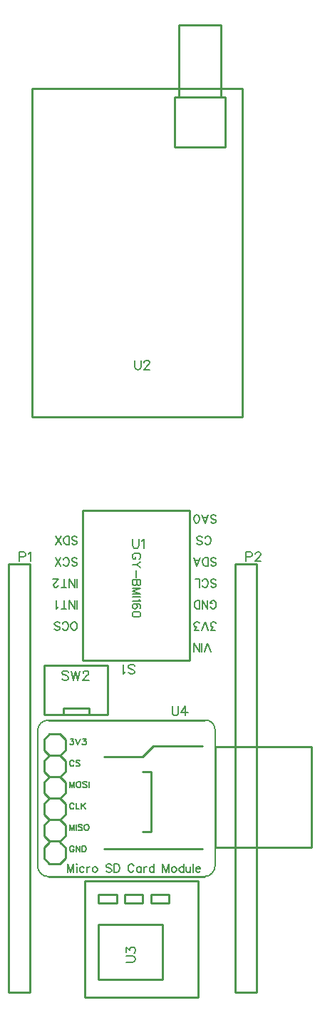
<source format=gto>
G04 Layer: TopSilkscreenLayer*
G04 EasyEDA v6.5.44, 2024-09-18 08:49:22*
G04 5f0ec6a2444f475180eab9a5ccfc1f11,63b8e65828324c89aad8d8d9142c2ac9,10*
G04 Gerber Generator version 0.2*
G04 Scale: 100 percent, Rotated: No, Reflected: No *
G04 Dimensions in millimeters *
G04 leading zeros omitted , absolute positions ,4 integer and 5 decimal *
%FSLAX45Y45*%
%MOMM*%

%ADD10C,0.1524*%
%ADD11C,0.2032*%
%ADD12C,0.2540*%

%LPD*%
D10*
X1524000Y7519415D02*
G01*
X1524000Y7441437D01*
X1529079Y7425944D01*
X1539494Y7415529D01*
X1555242Y7410450D01*
X1565655Y7410450D01*
X1581150Y7415529D01*
X1591563Y7425944D01*
X1596644Y7441437D01*
X1596644Y7519415D01*
X1636268Y7493508D02*
G01*
X1636268Y7498587D01*
X1641347Y7509002D01*
X1646681Y7514336D01*
X1657095Y7519415D01*
X1677670Y7519415D01*
X1688084Y7514336D01*
X1693418Y7509002D01*
X1698497Y7498587D01*
X1698497Y7488173D01*
X1693418Y7477760D01*
X1683004Y7462265D01*
X1630934Y7410450D01*
X1703831Y7410450D01*
X152400Y5246115D02*
G01*
X152400Y5137150D01*
X152400Y5246115D02*
G01*
X199136Y5246115D01*
X214629Y5241036D01*
X219963Y5235702D01*
X225044Y5225287D01*
X225044Y5209794D01*
X219963Y5199379D01*
X214629Y5194300D01*
X199136Y5188965D01*
X152400Y5188965D01*
X259334Y5225287D02*
G01*
X269747Y5230621D01*
X285495Y5246115D01*
X285495Y5137150D01*
X2844800Y5246115D02*
G01*
X2844800Y5137150D01*
X2844800Y5246115D02*
G01*
X2891536Y5246115D01*
X2907029Y5241036D01*
X2912363Y5235702D01*
X2917443Y5225287D01*
X2917443Y5209794D01*
X2912363Y5199379D01*
X2907029Y5194300D01*
X2891536Y5188965D01*
X2844800Y5188965D01*
X2957068Y5220207D02*
G01*
X2957068Y5225287D01*
X2962147Y5235702D01*
X2967481Y5241036D01*
X2977895Y5246115D01*
X2998470Y5246115D01*
X3008884Y5241036D01*
X3014218Y5235702D01*
X3019297Y5225287D01*
X3019297Y5214873D01*
X3014218Y5204460D01*
X3003804Y5188965D01*
X2951734Y5137150D01*
X3024631Y5137150D01*
X733056Y3820921D02*
G01*
X722642Y3831336D01*
X707148Y3836415D01*
X686320Y3836415D01*
X670826Y3831336D01*
X660412Y3820921D01*
X660412Y3810507D01*
X665492Y3800094D01*
X670826Y3794760D01*
X681240Y3789679D01*
X712482Y3779265D01*
X722642Y3774186D01*
X727976Y3768852D01*
X733056Y3758437D01*
X733056Y3742944D01*
X722642Y3732529D01*
X707148Y3727450D01*
X686320Y3727450D01*
X670826Y3732529D01*
X660412Y3742944D01*
X767346Y3836415D02*
G01*
X793508Y3727450D01*
X819416Y3836415D02*
G01*
X793508Y3727450D01*
X819416Y3836415D02*
G01*
X845324Y3727450D01*
X871232Y3836415D02*
G01*
X845324Y3727450D01*
X910856Y3810507D02*
G01*
X910856Y3815587D01*
X915936Y3826002D01*
X921270Y3831336D01*
X931684Y3836415D01*
X952512Y3836415D01*
X962672Y3831336D01*
X968006Y3826002D01*
X973086Y3815587D01*
X973086Y3805173D01*
X968006Y3794760D01*
X957592Y3779265D01*
X905522Y3727450D01*
X978420Y3727450D01*
X1498600Y5398515D02*
G01*
X1498600Y5320537D01*
X1503679Y5305044D01*
X1514094Y5294629D01*
X1529842Y5289550D01*
X1540255Y5289550D01*
X1555750Y5294629D01*
X1566163Y5305044D01*
X1571244Y5320537D01*
X1571244Y5398515D01*
X1605534Y5377687D02*
G01*
X1615947Y5383021D01*
X1631695Y5398515D01*
X1631695Y5289550D01*
X1421384Y381000D02*
G01*
X1499362Y381000D01*
X1514855Y386079D01*
X1525270Y396494D01*
X1530350Y412242D01*
X1530350Y422655D01*
X1525270Y438150D01*
X1514855Y448563D01*
X1499362Y453644D01*
X1421384Y453644D01*
X1421384Y498347D02*
G01*
X1421384Y555497D01*
X1463039Y524510D01*
X1463039Y540004D01*
X1468120Y550418D01*
X1473200Y555497D01*
X1488947Y560831D01*
X1499362Y560831D01*
X1514855Y555497D01*
X1525270Y545084D01*
X1530350Y529589D01*
X1530350Y514095D01*
X1525270Y498347D01*
X1520189Y493268D01*
X1509776Y487934D01*
X1968550Y3417392D02*
G01*
X1968550Y3339414D01*
X1973630Y3323920D01*
X1984044Y3313506D01*
X1999792Y3308426D01*
X2010206Y3308426D01*
X2025700Y3313506D01*
X2036114Y3323920D01*
X2041194Y3339414D01*
X2041194Y3417392D01*
X2127554Y3417392D02*
G01*
X2075484Y3344748D01*
X2153462Y3344748D01*
X2127554Y3417392D02*
G01*
X2127554Y3308426D01*
X801420Y2253310D02*
G01*
X797864Y2260168D01*
X791006Y2267026D01*
X783894Y2270582D01*
X770178Y2270582D01*
X763320Y2267026D01*
X756208Y2260168D01*
X752906Y2253310D01*
X749350Y2242896D01*
X749350Y2225370D01*
X752906Y2215210D01*
X756208Y2208098D01*
X763320Y2201240D01*
X770178Y2197684D01*
X783894Y2197684D01*
X791006Y2201240D01*
X797864Y2208098D01*
X801420Y2215210D01*
X824280Y2270582D02*
G01*
X824280Y2197684D01*
X824280Y2197684D02*
G01*
X865682Y2197684D01*
X888542Y2270582D02*
G01*
X888542Y2197684D01*
X937056Y2270582D02*
G01*
X888542Y2222068D01*
X905814Y2239340D02*
G01*
X937056Y2197684D01*
X801420Y2761310D02*
G01*
X797864Y2768168D01*
X791006Y2775026D01*
X783894Y2778582D01*
X770178Y2778582D01*
X763320Y2775026D01*
X756208Y2768168D01*
X752906Y2761310D01*
X749350Y2750896D01*
X749350Y2733370D01*
X752906Y2723210D01*
X756208Y2716098D01*
X763320Y2709240D01*
X770178Y2705684D01*
X783894Y2705684D01*
X791006Y2709240D01*
X797864Y2716098D01*
X801420Y2723210D01*
X872540Y2768168D02*
G01*
X865682Y2775026D01*
X855268Y2778582D01*
X841552Y2778582D01*
X831138Y2775026D01*
X824280Y2768168D01*
X824280Y2761310D01*
X827582Y2754198D01*
X831138Y2750896D01*
X837996Y2747340D01*
X858824Y2740482D01*
X865682Y2736926D01*
X869238Y2733370D01*
X872540Y2726512D01*
X872540Y2716098D01*
X865682Y2709240D01*
X855268Y2705684D01*
X841552Y2705684D01*
X831138Y2709240D01*
X824280Y2716098D01*
X749350Y2524582D02*
G01*
X749350Y2451684D01*
X749350Y2524582D02*
G01*
X777036Y2451684D01*
X804722Y2524582D02*
G01*
X777036Y2451684D01*
X804722Y2524582D02*
G01*
X804722Y2451684D01*
X848410Y2524582D02*
G01*
X841552Y2521026D01*
X834440Y2514168D01*
X831138Y2507310D01*
X827582Y2496896D01*
X827582Y2479370D01*
X831138Y2469210D01*
X834440Y2462098D01*
X841552Y2455240D01*
X848410Y2451684D01*
X862380Y2451684D01*
X869238Y2455240D01*
X876096Y2462098D01*
X879652Y2469210D01*
X882954Y2479370D01*
X882954Y2496896D01*
X879652Y2507310D01*
X876096Y2514168D01*
X869238Y2521026D01*
X862380Y2524582D01*
X848410Y2524582D01*
X954328Y2514168D02*
G01*
X947470Y2521026D01*
X937056Y2524582D01*
X923340Y2524582D01*
X912926Y2521026D01*
X905814Y2514168D01*
X905814Y2507310D01*
X909370Y2500198D01*
X912926Y2496896D01*
X919784Y2493340D01*
X940612Y2486482D01*
X947470Y2482926D01*
X951026Y2479370D01*
X954328Y2472512D01*
X954328Y2462098D01*
X947470Y2455240D01*
X937056Y2451684D01*
X923340Y2451684D01*
X912926Y2455240D01*
X905814Y2462098D01*
X977188Y2524582D02*
G01*
X977188Y2451684D01*
X801420Y1745310D02*
G01*
X797864Y1752168D01*
X791006Y1759026D01*
X783894Y1762582D01*
X770178Y1762582D01*
X763320Y1759026D01*
X756208Y1752168D01*
X752906Y1745310D01*
X749350Y1734896D01*
X749350Y1717370D01*
X752906Y1707210D01*
X756208Y1700098D01*
X763320Y1693240D01*
X770178Y1689684D01*
X783894Y1689684D01*
X791006Y1693240D01*
X797864Y1700098D01*
X801420Y1707210D01*
X801420Y1717370D01*
X783894Y1717370D02*
G01*
X801420Y1717370D01*
X824280Y1762582D02*
G01*
X824280Y1689684D01*
X824280Y1762582D02*
G01*
X872540Y1689684D01*
X872540Y1762582D02*
G01*
X872540Y1689684D01*
X895400Y1762582D02*
G01*
X895400Y1689684D01*
X895400Y1762582D02*
G01*
X919784Y1762582D01*
X930198Y1759026D01*
X937056Y1752168D01*
X940612Y1745310D01*
X943914Y1734896D01*
X943914Y1717370D01*
X940612Y1707210D01*
X937056Y1700098D01*
X930198Y1693240D01*
X919784Y1689684D01*
X895400Y1689684D01*
X756208Y3032582D02*
G01*
X794308Y3032582D01*
X773480Y3004896D01*
X783894Y3004896D01*
X791006Y3001340D01*
X794308Y2997784D01*
X797864Y2987370D01*
X797864Y2980512D01*
X794308Y2970098D01*
X787450Y2963240D01*
X777036Y2959684D01*
X766622Y2959684D01*
X756208Y2963240D01*
X752906Y2966796D01*
X749350Y2973654D01*
X820724Y3032582D02*
G01*
X848410Y2959684D01*
X876096Y3032582D02*
G01*
X848410Y2959684D01*
X905814Y3032582D02*
G01*
X943914Y3032582D01*
X923340Y3004896D01*
X933500Y3004896D01*
X940612Y3001340D01*
X943914Y2997784D01*
X947470Y2987370D01*
X947470Y2980512D01*
X943914Y2970098D01*
X937056Y2963240D01*
X926642Y2959684D01*
X916228Y2959684D01*
X905814Y2963240D01*
X902512Y2966796D01*
X898956Y2973654D01*
X749350Y2016582D02*
G01*
X749350Y1943684D01*
X749350Y2016582D02*
G01*
X777036Y1943684D01*
X804722Y2016582D02*
G01*
X777036Y1943684D01*
X804722Y2016582D02*
G01*
X804722Y1943684D01*
X827582Y2016582D02*
G01*
X827582Y1943684D01*
X898956Y2006168D02*
G01*
X892098Y2013026D01*
X881684Y2016582D01*
X867714Y2016582D01*
X857300Y2013026D01*
X850442Y2006168D01*
X850442Y1999310D01*
X853998Y1992198D01*
X857300Y1988896D01*
X864412Y1985340D01*
X885240Y1978482D01*
X892098Y1974926D01*
X895400Y1971370D01*
X898956Y1964512D01*
X898956Y1954098D01*
X892098Y1947240D01*
X881684Y1943684D01*
X867714Y1943684D01*
X857300Y1947240D01*
X850442Y1954098D01*
X942644Y2016582D02*
G01*
X935786Y2013026D01*
X928674Y2006168D01*
X925372Y1999310D01*
X921816Y1988896D01*
X921816Y1971370D01*
X925372Y1961210D01*
X928674Y1954098D01*
X935786Y1947240D01*
X942644Y1943684D01*
X956360Y1943684D01*
X963472Y1947240D01*
X970330Y1954098D01*
X973886Y1961210D01*
X977188Y1971370D01*
X977188Y1988896D01*
X973886Y1999310D01*
X970330Y2006168D01*
X963472Y2013026D01*
X956360Y2016582D01*
X942644Y2016582D01*
X723950Y1544904D02*
G01*
X723950Y1447876D01*
X723950Y1544904D02*
G01*
X760780Y1447876D01*
X797864Y1544904D02*
G01*
X760780Y1447876D01*
X797864Y1544904D02*
G01*
X797864Y1447876D01*
X828344Y1544904D02*
G01*
X832916Y1540332D01*
X837488Y1544904D01*
X832916Y1549476D01*
X828344Y1544904D01*
X832916Y1512646D02*
G01*
X832916Y1447876D01*
X923340Y1498676D02*
G01*
X914196Y1508074D01*
X905052Y1512646D01*
X891082Y1512646D01*
X881938Y1508074D01*
X872540Y1498676D01*
X867968Y1484960D01*
X867968Y1475562D01*
X872540Y1461846D01*
X881938Y1452702D01*
X891082Y1447876D01*
X905052Y1447876D01*
X914196Y1452702D01*
X923340Y1461846D01*
X953820Y1512646D02*
G01*
X953820Y1447876D01*
X953820Y1484960D02*
G01*
X958646Y1498676D01*
X967790Y1508074D01*
X976934Y1512646D01*
X990904Y1512646D01*
X1044498Y1512646D02*
G01*
X1035100Y1508074D01*
X1025956Y1498676D01*
X1021384Y1484960D01*
X1021384Y1475562D01*
X1025956Y1461846D01*
X1035100Y1452702D01*
X1044498Y1447876D01*
X1058214Y1447876D01*
X1067612Y1452702D01*
X1076756Y1461846D01*
X1081328Y1475562D01*
X1081328Y1484960D01*
X1076756Y1498676D01*
X1067612Y1508074D01*
X1058214Y1512646D01*
X1044498Y1512646D01*
X1247698Y1531188D02*
G01*
X1238300Y1540332D01*
X1224584Y1544904D01*
X1206042Y1544904D01*
X1192326Y1540332D01*
X1182928Y1531188D01*
X1182928Y1521790D01*
X1187500Y1512646D01*
X1192326Y1508074D01*
X1201470Y1503502D01*
X1229156Y1494104D01*
X1238300Y1489532D01*
X1243126Y1484960D01*
X1247698Y1475562D01*
X1247698Y1461846D01*
X1238300Y1452702D01*
X1224584Y1447876D01*
X1206042Y1447876D01*
X1192326Y1452702D01*
X1182928Y1461846D01*
X1278178Y1544904D02*
G01*
X1278178Y1447876D01*
X1278178Y1544904D02*
G01*
X1310436Y1544904D01*
X1324406Y1540332D01*
X1333550Y1531188D01*
X1338122Y1521790D01*
X1342694Y1508074D01*
X1342694Y1484960D01*
X1338122Y1470990D01*
X1333550Y1461846D01*
X1324406Y1452702D01*
X1310436Y1447876D01*
X1278178Y1447876D01*
X1513636Y1521790D02*
G01*
X1509064Y1531188D01*
X1499920Y1540332D01*
X1490522Y1544904D01*
X1471980Y1544904D01*
X1462836Y1540332D01*
X1453692Y1531188D01*
X1449120Y1521790D01*
X1444294Y1508074D01*
X1444294Y1484960D01*
X1449120Y1470990D01*
X1453692Y1461846D01*
X1462836Y1452702D01*
X1471980Y1447876D01*
X1490522Y1447876D01*
X1499920Y1452702D01*
X1509064Y1461846D01*
X1513636Y1470990D01*
X1599488Y1512646D02*
G01*
X1599488Y1447876D01*
X1599488Y1498676D02*
G01*
X1590344Y1508074D01*
X1581200Y1512646D01*
X1567230Y1512646D01*
X1558086Y1508074D01*
X1548688Y1498676D01*
X1544116Y1484960D01*
X1544116Y1475562D01*
X1548688Y1461846D01*
X1558086Y1452702D01*
X1567230Y1447876D01*
X1581200Y1447876D01*
X1590344Y1452702D01*
X1599488Y1461846D01*
X1629968Y1512646D02*
G01*
X1629968Y1447876D01*
X1629968Y1484960D02*
G01*
X1634540Y1498676D01*
X1643938Y1508074D01*
X1653082Y1512646D01*
X1667052Y1512646D01*
X1752904Y1544904D02*
G01*
X1752904Y1447876D01*
X1752904Y1498676D02*
G01*
X1743760Y1508074D01*
X1734362Y1512646D01*
X1720646Y1512646D01*
X1711248Y1508074D01*
X1702104Y1498676D01*
X1697532Y1484960D01*
X1697532Y1475562D01*
X1702104Y1461846D01*
X1711248Y1452702D01*
X1720646Y1447876D01*
X1734362Y1447876D01*
X1743760Y1452702D01*
X1752904Y1461846D01*
X1854504Y1544904D02*
G01*
X1854504Y1447876D01*
X1854504Y1544904D02*
G01*
X1891334Y1447876D01*
X1928418Y1544904D02*
G01*
X1891334Y1447876D01*
X1928418Y1544904D02*
G01*
X1928418Y1447876D01*
X1982012Y1512646D02*
G01*
X1972614Y1508074D01*
X1963470Y1498676D01*
X1958898Y1484960D01*
X1958898Y1475562D01*
X1963470Y1461846D01*
X1972614Y1452702D01*
X1982012Y1447876D01*
X1995728Y1447876D01*
X2005126Y1452702D01*
X2014270Y1461846D01*
X2018842Y1475562D01*
X2018842Y1484960D01*
X2014270Y1498676D01*
X2005126Y1508074D01*
X1995728Y1512646D01*
X1982012Y1512646D01*
X2104694Y1544904D02*
G01*
X2104694Y1447876D01*
X2104694Y1498676D02*
G01*
X2095550Y1508074D01*
X2086406Y1512646D01*
X2072436Y1512646D01*
X2063292Y1508074D01*
X2053894Y1498676D01*
X2049322Y1484960D01*
X2049322Y1475562D01*
X2053894Y1461846D01*
X2063292Y1452702D01*
X2072436Y1447876D01*
X2086406Y1447876D01*
X2095550Y1452702D01*
X2104694Y1461846D01*
X2135174Y1512646D02*
G01*
X2135174Y1466418D01*
X2140000Y1452702D01*
X2149144Y1447876D01*
X2162860Y1447876D01*
X2172258Y1452702D01*
X2185974Y1466418D01*
X2185974Y1512646D02*
G01*
X2185974Y1447876D01*
X2216454Y1544904D02*
G01*
X2216454Y1447876D01*
X2246934Y1484960D02*
G01*
X2302560Y1484960D01*
X2302560Y1494104D01*
X2297734Y1503502D01*
X2293162Y1508074D01*
X2284018Y1512646D01*
X2270048Y1512646D01*
X2260904Y1508074D01*
X2251760Y1498676D01*
X2246934Y1484960D01*
X2246934Y1475562D01*
X2251760Y1461846D01*
X2260904Y1452702D01*
X2270048Y1447876D01*
X2284018Y1447876D01*
X2293162Y1452702D01*
X2302560Y1461846D01*
X1449252Y3817993D02*
G01*
X1459666Y3807579D01*
X1475160Y3802499D01*
X1495988Y3802499D01*
X1511482Y3807579D01*
X1521896Y3817993D01*
X1521896Y3828407D01*
X1516816Y3838821D01*
X1511482Y3844155D01*
X1501068Y3849235D01*
X1469826Y3859649D01*
X1459666Y3864729D01*
X1454332Y3870063D01*
X1449252Y3880477D01*
X1449252Y3895971D01*
X1459666Y3906385D01*
X1475160Y3911465D01*
X1495988Y3911465D01*
X1511482Y3906385D01*
X1521896Y3895971D01*
X1414962Y3823327D02*
G01*
X1404548Y3817993D01*
X1388800Y3802499D01*
X1388800Y3911465D01*
D11*
X810376Y4320854D02*
G01*
X819774Y4325426D01*
X828918Y4334824D01*
X833490Y4343968D01*
X838316Y4357938D01*
X838316Y4381052D01*
X833490Y4394768D01*
X828918Y4403912D01*
X819774Y4413310D01*
X810376Y4417882D01*
X792088Y4417882D01*
X782690Y4413310D01*
X773546Y4403912D01*
X768974Y4394768D01*
X764402Y4381052D01*
X764402Y4357938D01*
X768974Y4343968D01*
X773546Y4334824D01*
X782690Y4325426D01*
X792088Y4320854D01*
X810376Y4320854D01*
X664580Y4343968D02*
G01*
X669152Y4334824D01*
X678296Y4325426D01*
X687694Y4320854D01*
X706236Y4320854D01*
X715380Y4325426D01*
X724524Y4334824D01*
X729096Y4343968D01*
X733922Y4357938D01*
X733922Y4381052D01*
X729096Y4394768D01*
X724524Y4403912D01*
X715380Y4413310D01*
X706236Y4417882D01*
X687694Y4417882D01*
X678296Y4413310D01*
X669152Y4403912D01*
X664580Y4394768D01*
X569330Y4334824D02*
G01*
X578728Y4325426D01*
X592444Y4320854D01*
X610986Y4320854D01*
X624956Y4325426D01*
X634100Y4334824D01*
X634100Y4343968D01*
X629528Y4353112D01*
X624956Y4357938D01*
X615558Y4362510D01*
X587872Y4371654D01*
X578728Y4376226D01*
X574156Y4381052D01*
X569330Y4390196D01*
X569330Y4403912D01*
X578728Y4413310D01*
X592444Y4417882D01*
X610986Y4417882D01*
X624956Y4413310D01*
X634100Y4403912D01*
X838141Y4574910D02*
G01*
X838141Y4671938D01*
X807661Y4574910D02*
G01*
X807661Y4671938D01*
X807661Y4574910D02*
G01*
X743145Y4671938D01*
X743145Y4574910D02*
G01*
X743145Y4671938D01*
X680153Y4574910D02*
G01*
X680153Y4671938D01*
X712665Y4574910D02*
G01*
X647895Y4574910D01*
X617415Y4593452D02*
G01*
X608271Y4588880D01*
X594301Y4574910D01*
X594301Y4671938D01*
X838136Y4828905D02*
G01*
X838136Y4925933D01*
X807656Y4828905D02*
G01*
X807656Y4925933D01*
X807656Y4828905D02*
G01*
X743140Y4925933D01*
X743140Y4828905D02*
G01*
X743140Y4925933D01*
X680148Y4828905D02*
G01*
X680148Y4925933D01*
X712660Y4828905D02*
G01*
X647890Y4828905D01*
X612838Y4852019D02*
G01*
X612838Y4847447D01*
X608266Y4838049D01*
X603694Y4833477D01*
X594296Y4828905D01*
X576008Y4828905D01*
X566610Y4833477D01*
X562038Y4838049D01*
X557466Y4847447D01*
X557466Y4856591D01*
X562038Y4865735D01*
X571182Y4879705D01*
X617410Y4925933D01*
X552894Y4925933D01*
X773623Y5096875D02*
G01*
X782767Y5087477D01*
X796737Y5082905D01*
X815025Y5082905D01*
X828995Y5087477D01*
X838139Y5096875D01*
X838139Y5106019D01*
X833567Y5115163D01*
X828995Y5119735D01*
X819851Y5124561D01*
X791911Y5133705D01*
X782767Y5138277D01*
X778195Y5142849D01*
X773623Y5152247D01*
X773623Y5165963D01*
X782767Y5175361D01*
X796737Y5179933D01*
X815025Y5179933D01*
X828995Y5175361D01*
X838139Y5165963D01*
X673801Y5106019D02*
G01*
X678373Y5096875D01*
X687771Y5087477D01*
X696915Y5082905D01*
X715457Y5082905D01*
X724601Y5087477D01*
X733745Y5096875D01*
X738571Y5106019D01*
X743143Y5119735D01*
X743143Y5142849D01*
X738571Y5156819D01*
X733745Y5165963D01*
X724601Y5175361D01*
X715457Y5179933D01*
X696915Y5179933D01*
X687771Y5175361D01*
X678373Y5165963D01*
X673801Y5156819D01*
X643321Y5082905D02*
G01*
X578551Y5179933D01*
X578551Y5082905D02*
G01*
X643321Y5179933D01*
X773625Y5350878D02*
G01*
X782769Y5341480D01*
X796739Y5336908D01*
X815027Y5336908D01*
X828997Y5341480D01*
X838141Y5350878D01*
X838141Y5360022D01*
X833569Y5369166D01*
X828997Y5373738D01*
X819853Y5378564D01*
X791913Y5387708D01*
X782769Y5392280D01*
X778197Y5396852D01*
X773625Y5406250D01*
X773625Y5419966D01*
X782769Y5429364D01*
X796739Y5433936D01*
X815027Y5433936D01*
X828997Y5429364D01*
X838141Y5419966D01*
X743145Y5336908D02*
G01*
X743145Y5433936D01*
X743145Y5336908D02*
G01*
X710633Y5336908D01*
X696917Y5341480D01*
X687773Y5350878D01*
X682947Y5360022D01*
X678375Y5373738D01*
X678375Y5396852D01*
X682947Y5410822D01*
X687773Y5419966D01*
X696917Y5429364D01*
X710633Y5433936D01*
X743145Y5433936D01*
X647895Y5336908D02*
G01*
X583379Y5433936D01*
X583379Y5336908D02*
G01*
X647895Y5433936D01*
X2425748Y4066811D02*
G01*
X2388664Y4163839D01*
X2351834Y4066811D02*
G01*
X2388664Y4163839D01*
X2321354Y4066811D02*
G01*
X2321354Y4163839D01*
X2290874Y4066811D02*
G01*
X2290874Y4163839D01*
X2290874Y4066811D02*
G01*
X2226104Y4163839D01*
X2226104Y4066811D02*
G01*
X2226104Y4163839D01*
X2480000Y4320913D02*
G01*
X2429200Y4320913D01*
X2456886Y4357743D01*
X2442916Y4357743D01*
X2433772Y4362569D01*
X2429200Y4367141D01*
X2424628Y4380857D01*
X2424628Y4390255D01*
X2429200Y4403971D01*
X2438344Y4413369D01*
X2452314Y4417941D01*
X2466030Y4417941D01*
X2480000Y4413369D01*
X2484572Y4408543D01*
X2489144Y4399399D01*
X2394148Y4320913D02*
G01*
X2357064Y4417941D01*
X2320234Y4320913D02*
G01*
X2357064Y4417941D01*
X2280356Y4320913D02*
G01*
X2229556Y4320913D01*
X2257496Y4357743D01*
X2243526Y4357743D01*
X2234382Y4362569D01*
X2229556Y4367141D01*
X2224984Y4380857D01*
X2224984Y4390255D01*
X2229556Y4403971D01*
X2238954Y4413369D01*
X2252670Y4417941D01*
X2266640Y4417941D01*
X2280356Y4413369D01*
X2285182Y4408543D01*
X2289754Y4399399D01*
X2420058Y4598027D02*
G01*
X2424630Y4588883D01*
X2433774Y4579485D01*
X2442918Y4574913D01*
X2461460Y4574913D01*
X2470858Y4579485D01*
X2480002Y4588883D01*
X2484574Y4598027D01*
X2489146Y4611743D01*
X2489146Y4634857D01*
X2484574Y4648827D01*
X2480002Y4657971D01*
X2470858Y4667369D01*
X2461460Y4671941D01*
X2442918Y4671941D01*
X2433774Y4667369D01*
X2424630Y4657971D01*
X2420058Y4648827D01*
X2420058Y4634857D01*
X2442918Y4634857D02*
G01*
X2420058Y4634857D01*
X2389578Y4574913D02*
G01*
X2389578Y4671941D01*
X2389578Y4574913D02*
G01*
X2324808Y4671941D01*
X2324808Y4574913D02*
G01*
X2324808Y4671941D01*
X2294328Y4574913D02*
G01*
X2294328Y4671941D01*
X2294328Y4574913D02*
G01*
X2262070Y4574913D01*
X2248100Y4579485D01*
X2238956Y4588883D01*
X2234384Y4598027D01*
X2229558Y4611743D01*
X2229558Y4634857D01*
X2234384Y4648827D01*
X2238956Y4657971D01*
X2248100Y4667369D01*
X2262070Y4671941D01*
X2294328Y4671941D01*
X2424549Y5096830D02*
G01*
X2433693Y5087432D01*
X2447663Y5082860D01*
X2466205Y5082860D01*
X2479921Y5087432D01*
X2489319Y5096830D01*
X2489319Y5105974D01*
X2484493Y5115118D01*
X2479921Y5119944D01*
X2470777Y5124516D01*
X2443091Y5133660D01*
X2433693Y5138232D01*
X2429121Y5143058D01*
X2424549Y5152202D01*
X2424549Y5165918D01*
X2433693Y5175316D01*
X2447663Y5179888D01*
X2466205Y5179888D01*
X2479921Y5175316D01*
X2489319Y5165918D01*
X2394069Y5082860D02*
G01*
X2394069Y5179888D01*
X2394069Y5082860D02*
G01*
X2361811Y5082860D01*
X2347841Y5087432D01*
X2338697Y5096830D01*
X2334125Y5105974D01*
X2329299Y5119944D01*
X2329299Y5143058D01*
X2334125Y5156774D01*
X2338697Y5165918D01*
X2347841Y5175316D01*
X2361811Y5179888D01*
X2394069Y5179888D01*
X2261989Y5082860D02*
G01*
X2298819Y5179888D01*
X2261989Y5082860D02*
G01*
X2225159Y5179888D01*
X2285103Y5147630D02*
G01*
X2238875Y5147630D01*
X2356482Y5359974D02*
G01*
X2361054Y5350830D01*
X2370198Y5341432D01*
X2379596Y5336860D01*
X2397884Y5336860D01*
X2407282Y5341432D01*
X2416426Y5350830D01*
X2420998Y5359974D01*
X2425824Y5373944D01*
X2425824Y5397058D01*
X2420998Y5410774D01*
X2416426Y5419918D01*
X2407282Y5429316D01*
X2397884Y5433888D01*
X2379596Y5433888D01*
X2370198Y5429316D01*
X2361054Y5419918D01*
X2356482Y5410774D01*
X2261232Y5350830D02*
G01*
X2270630Y5341432D01*
X2284346Y5336860D01*
X2302888Y5336860D01*
X2316604Y5341432D01*
X2326002Y5350830D01*
X2326002Y5359974D01*
X2321430Y5369118D01*
X2316604Y5373944D01*
X2307460Y5378516D01*
X2279774Y5387660D01*
X2270630Y5392232D01*
X2265804Y5397058D01*
X2261232Y5406202D01*
X2261232Y5419918D01*
X2270630Y5429316D01*
X2284346Y5433888D01*
X2302888Y5433888D01*
X2316604Y5429316D01*
X2326002Y5419918D01*
X2424620Y5604880D02*
G01*
X2433764Y5595482D01*
X2447734Y5590910D01*
X2466022Y5590910D01*
X2479992Y5595482D01*
X2489136Y5604880D01*
X2489136Y5614024D01*
X2484564Y5623168D01*
X2479992Y5627740D01*
X2470848Y5632566D01*
X2442908Y5641710D01*
X2433764Y5646282D01*
X2429192Y5650854D01*
X2424620Y5660252D01*
X2424620Y5673968D01*
X2433764Y5683366D01*
X2447734Y5687938D01*
X2466022Y5687938D01*
X2479992Y5683366D01*
X2489136Y5673968D01*
X2357056Y5590910D02*
G01*
X2394140Y5687938D01*
X2357056Y5590910D02*
G01*
X2320226Y5687938D01*
X2380170Y5655680D02*
G01*
X2333942Y5655680D01*
X2262060Y5590910D02*
G01*
X2275776Y5595482D01*
X2285174Y5609452D01*
X2289746Y5632566D01*
X2289746Y5646282D01*
X2285174Y5669396D01*
X2275776Y5683366D01*
X2262060Y5687938D01*
X2252662Y5687938D01*
X2238946Y5683366D01*
X2229548Y5669396D01*
X2224976Y5646282D01*
X2224976Y5632566D01*
X2229548Y5609452D01*
X2238946Y5595482D01*
X2252662Y5590910D01*
X2262060Y5590910D01*
X2424610Y4842885D02*
G01*
X2433754Y4833487D01*
X2447724Y4828915D01*
X2466012Y4828915D01*
X2479982Y4833487D01*
X2489126Y4842885D01*
X2489126Y4852029D01*
X2484554Y4861173D01*
X2479982Y4865745D01*
X2470838Y4870571D01*
X2442898Y4879715D01*
X2433754Y4884287D01*
X2429182Y4888859D01*
X2424610Y4898257D01*
X2424610Y4911973D01*
X2433754Y4921371D01*
X2447724Y4925943D01*
X2466012Y4925943D01*
X2479982Y4921371D01*
X2489126Y4911973D01*
X2324788Y4852029D02*
G01*
X2329360Y4842885D01*
X2338758Y4833487D01*
X2347902Y4828915D01*
X2366444Y4828915D01*
X2375588Y4833487D01*
X2384732Y4842885D01*
X2389558Y4852029D01*
X2394130Y4865745D01*
X2394130Y4888859D01*
X2389558Y4902829D01*
X2384732Y4911973D01*
X2375588Y4921371D01*
X2366444Y4925943D01*
X2347902Y4925943D01*
X2338758Y4921371D01*
X2329360Y4911973D01*
X2324788Y4902829D01*
X2294308Y4828915D02*
G01*
X2294308Y4925943D01*
X2294308Y4925943D02*
G01*
X2238936Y4925943D01*
X1569021Y5163040D02*
G01*
X1578256Y5167657D01*
X1587494Y5176895D01*
X1592112Y5186131D01*
X1592112Y5204604D01*
X1587494Y5213840D01*
X1578256Y5223078D01*
X1569021Y5227695D01*
X1555165Y5232313D01*
X1532074Y5232313D01*
X1518221Y5227695D01*
X1508986Y5223078D01*
X1499748Y5213840D01*
X1495130Y5204604D01*
X1495130Y5186131D01*
X1499748Y5176895D01*
X1508986Y5167657D01*
X1518221Y5163040D01*
X1532074Y5163040D01*
X1532074Y5186131D02*
G01*
X1532074Y5163040D01*
X1592112Y5132560D02*
G01*
X1545930Y5095615D01*
X1495130Y5095615D01*
X1592112Y5058669D02*
G01*
X1545930Y5095615D01*
X1536694Y5028189D02*
G01*
X1536694Y4945062D01*
X1592112Y4914582D02*
G01*
X1495130Y4914582D01*
X1592112Y4914582D02*
G01*
X1592112Y4873017D01*
X1587494Y4859164D01*
X1582874Y4854547D01*
X1573639Y4849929D01*
X1564403Y4849929D01*
X1555165Y4854547D01*
X1550548Y4859164D01*
X1545930Y4873017D01*
X1545930Y4914582D02*
G01*
X1545930Y4873017D01*
X1541312Y4859164D01*
X1536694Y4854547D01*
X1527456Y4849929D01*
X1513603Y4849929D01*
X1504365Y4854547D01*
X1499748Y4859164D01*
X1495130Y4873017D01*
X1495130Y4914582D01*
X1592112Y4819449D02*
G01*
X1495130Y4819449D01*
X1592112Y4819449D02*
G01*
X1495130Y4782502D01*
X1592112Y4745558D02*
G01*
X1495130Y4782502D01*
X1592112Y4745558D02*
G01*
X1495130Y4745558D01*
X1592112Y4715078D02*
G01*
X1495130Y4715078D01*
X1573639Y4684598D02*
G01*
X1578256Y4675360D01*
X1592112Y4661507D01*
X1495130Y4661507D01*
X1578256Y4575609D02*
G01*
X1587494Y4580227D01*
X1592112Y4594080D01*
X1592112Y4603318D01*
X1587494Y4617171D01*
X1573639Y4626409D01*
X1550548Y4631027D01*
X1527456Y4631027D01*
X1508986Y4626409D01*
X1499748Y4617171D01*
X1495130Y4603318D01*
X1495130Y4598697D01*
X1499748Y4584844D01*
X1508986Y4575609D01*
X1522839Y4570989D01*
X1527456Y4570989D01*
X1541312Y4575609D01*
X1550548Y4584844D01*
X1555165Y4598697D01*
X1555165Y4603318D01*
X1550548Y4617171D01*
X1541312Y4626409D01*
X1527456Y4631027D01*
X1592112Y4512800D02*
G01*
X1587494Y4526655D01*
X1573639Y4535891D01*
X1550548Y4540509D01*
X1536694Y4540509D01*
X1513603Y4535891D01*
X1499748Y4526655D01*
X1495130Y4512800D01*
X1495130Y4503564D01*
X1499748Y4489709D01*
X1513603Y4480473D01*
X1536694Y4475855D01*
X1550548Y4475855D01*
X1573639Y4480473D01*
X1587494Y4489709D01*
X1592112Y4503564D01*
X1592112Y4512800D01*
D12*
X299415Y10745292D02*
G01*
X2799410Y10745292D01*
X2799410Y6845300D01*
X299415Y6845300D01*
X299415Y10745292D01*
X1999411Y10645292D02*
G01*
X2599410Y10645292D01*
X2599410Y10045293D01*
X1999411Y10045293D01*
X1999411Y10645292D01*
X2049399Y11495278D02*
G01*
X2549397Y11495278D01*
X2549397Y10645267D01*
X2049399Y10645267D01*
X2049399Y11495278D01*
X25400Y5105400D02*
G01*
X279400Y5105400D01*
X279400Y25400D01*
X25400Y25400D01*
X25400Y5105400D01*
X2717800Y5105400D02*
G01*
X2971800Y5105400D01*
X2971800Y25400D01*
X2717800Y25400D01*
X2717800Y5105400D01*
X977905Y3327400D02*
G01*
X977905Y3390900D01*
X673105Y3390900D01*
X673105Y3318502D01*
X1200505Y3898496D02*
G01*
X450504Y3898496D01*
X1200505Y3898496D02*
G01*
X1200505Y3318502D01*
X450504Y3318502D01*
X450504Y3898496D01*
X884339Y3318510D02*
G01*
X908215Y3318510D01*
X933297Y-38100D02*
G01*
X933297Y1341907D01*
X2273300Y1341907D01*
X2273300Y-38100D01*
X933297Y-38100D01*
X1092200Y177800D02*
G01*
X1092200Y825500D01*
X1854200Y825500D01*
X1854200Y177800D01*
X1092200Y177800D01*
X1092200Y1079500D02*
G01*
X1092200Y1181100D01*
X1308100Y1181100D01*
X1308100Y1079500D01*
X1092200Y1079500D01*
X1403350Y1079500D02*
G01*
X1403350Y1181100D01*
X1619250Y1181100D01*
X1619250Y1079500D01*
X1403350Y1079500D01*
X1714500Y1079500D02*
G01*
X1714500Y1181100D01*
X1930400Y1181100D01*
X1930400Y1079500D01*
X1714500Y1079500D01*
X495350Y3251276D02*
G01*
X2349550Y3251276D01*
D10*
X368350Y1524076D02*
G01*
X368350Y3139516D01*
D12*
X635050Y2578176D02*
G01*
X698550Y2514676D01*
X698550Y2387676D01*
X635050Y2324176D01*
X698550Y2260676D01*
X698550Y2133676D01*
X635050Y2070176D01*
X698550Y2006676D01*
X698550Y1879676D01*
X635050Y1816176D01*
X508050Y1816176D01*
X444550Y1879676D01*
X444550Y2006676D01*
X508050Y2070176D01*
X444550Y2133676D01*
X444550Y2260676D01*
X508050Y2324176D01*
X444550Y2387676D01*
X444550Y2514676D01*
X508050Y2578176D01*
X444550Y2641676D01*
X444550Y2768676D01*
X508050Y2832176D01*
X635050Y2832176D01*
X698550Y2768676D01*
X698550Y2641676D01*
X635050Y2578176D01*
X508050Y2578176D01*
X508050Y2070176D02*
G01*
X635050Y2070176D01*
X508050Y2324176D02*
G01*
X635050Y2324176D01*
X508050Y2832176D02*
G01*
X444550Y2895676D01*
X444550Y3022676D01*
X508050Y3086176D01*
X635050Y3086176D01*
X698550Y3022676D01*
X698550Y2895676D01*
X635050Y2832176D01*
X635050Y1803476D02*
G01*
X698550Y1739976D01*
X698550Y1612976D01*
X635050Y1549476D01*
X508050Y1549476D01*
X444550Y1612976D01*
X444550Y1739976D01*
X508050Y1803476D01*
X495350Y1397076D02*
G01*
X2349550Y1397076D01*
D10*
X2476550Y3149676D02*
G01*
X2476550Y1524076D01*
D12*
X1155750Y1727276D02*
G01*
X2324150Y1727276D01*
X2324150Y2946476D02*
G01*
X1739950Y2946476D01*
X1612950Y2819476D01*
X1155750Y2819476D01*
X1612950Y2641676D02*
G01*
X1714550Y2641676D01*
X1714550Y1930476D01*
X1612950Y1930476D01*
X2476500Y2933700D02*
G01*
X3619500Y2933700D01*
X3619500Y1739900D01*
X2476500Y1739900D01*
X2476500Y2933700D01*
X2044700Y3962265D02*
G01*
X2171631Y3962313D01*
X2171700Y4089265D01*
X2171700Y5740265D01*
X2171700Y5740265D01*
X1028700Y5740265D01*
X901631Y5740313D01*
X901700Y5613265D01*
X901700Y4089265D01*
X901631Y3962313D01*
X1028700Y3962265D01*
X2044700Y3962265D01*
D10*
G75*
G01*
X368351Y3124276D02*
G02*
X495351Y3251276I127000J0D01*
G75*
G01*
X495351Y1397076D02*
G02*
X368351Y1524076I0J127000D01*
G75*
G01*
X2349551Y3251276D02*
G02*
X2476551Y3144596I16047J-109832D01*
G75*
G01*
X2476551Y1524076D02*
G02*
X2349551Y1397076I-127000J0D01*
M02*

</source>
